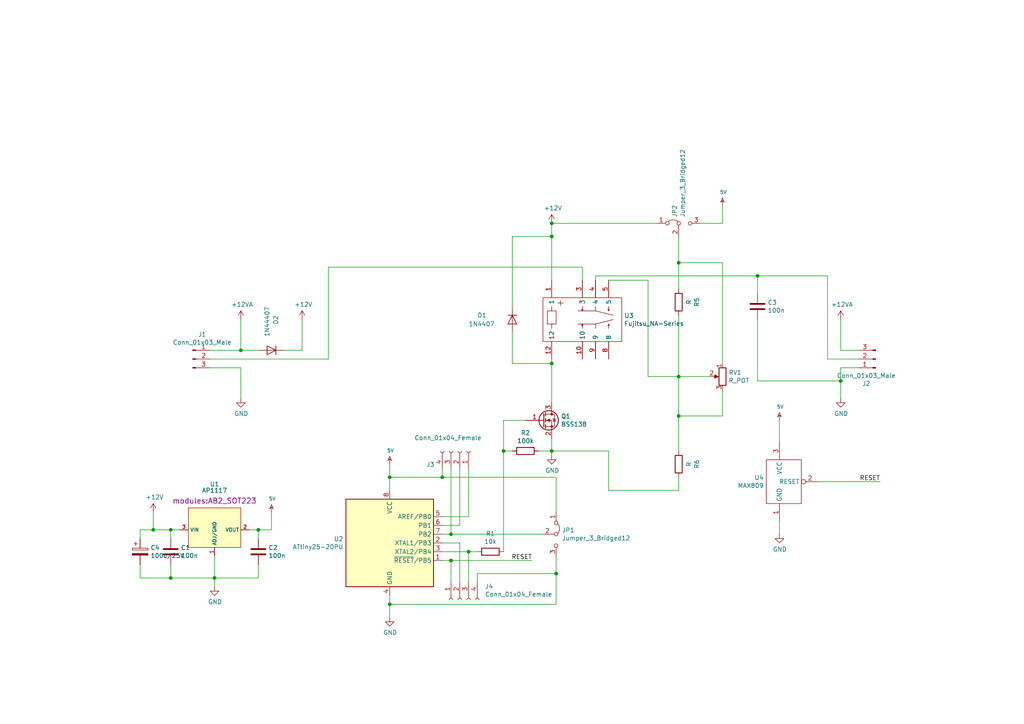
<source format=kicad_sch>
(kicad_sch (version 20200602) (host eeschema "5.99.0-unknown-6083c08~88~ubuntu18.04.1")
  (page 1 1)
  (paper "A4")
  (lib_symbols
    (symbol "Connector:Conn_01x03_Male" (pin_names hide)
      (property "Reference" "J" (at 0 5.08 0))
      (property "Value" "Conn_01x03_Male" (at 0 -5.08 0))
      (symbol "Conn_01x03_Male_1_1"
        (rectangle (start 0.8636 -2.413) (end 0 -2.667) (fill (type outline)))
        (rectangle (start 0.8636 0.127) (end 0 -0.127) (fill (type outline)))
        (rectangle (start 0.8636 2.667) (end 0 2.413) (fill (type outline)))
        (polyline (pts (xy 1.27 -2.54) (xy 0.8636 -2.54)))
        (polyline (pts (xy 1.27 0) (xy 0.8636 0)))
        (polyline (pts (xy 1.27 2.54) (xy 0.8636 2.54)))
        (pin passive line (at 5.08 2.54 180) (length 3.81) (name "Pin_1") (number "1"))
        (pin passive line (at 5.08 0 180) (length 3.81) (name "Pin_2") (number "2"))
        (pin passive line (at 5.08 -2.54 180) (length 3.81) (name "Pin_3") (number "3"))
      )
    )
    (symbol "Connector:Conn_01x04_Female" (pin_names hide)
      (property "Reference" "J" (at 0 5.08 0))
      (property "Value" "Conn_01x04_Female" (at 0 -7.62 0))
      (symbol "Conn_01x04_Female_1_1"
        (arc (start 0 -4.572) (end 0 -5.588) (radius (at 0 -5.08) (length 0.508) (angles 90.1 -90.1)))
        (arc (start 0 -2.032) (end 0 -3.048) (radius (at 0 -2.54) (length 0.508) (angles 90.1 -90.1)))
        (arc (start 0 0.508) (end 0 -0.508) (radius (at 0 0) (length 0.508) (angles 90.1 -90.1)))
        (arc (start 0 3.048) (end 0 2.032) (radius (at 0 2.54) (length 0.508) (angles 90.1 -90.1)))
        (polyline (pts (xy -1.27 -5.08) (xy -0.508 -5.08)))
        (polyline (pts (xy -1.27 -2.54) (xy -0.508 -2.54)))
        (polyline (pts (xy -1.27 0) (xy -0.508 0)))
        (polyline (pts (xy -1.27 2.54) (xy -0.508 2.54)))
        (pin passive line (at -5.08 2.54 0) (length 3.81) (name "Pin_1") (number "1"))
        (pin passive line (at -5.08 0 0) (length 3.81) (name "Pin_2") (number "2"))
        (pin passive line (at -5.08 -2.54 0) (length 3.81) (name "Pin_3") (number "3"))
        (pin passive line (at -5.08 -5.08 0) (length 3.81) (name "Pin_4") (number "4"))
      )
    )
    (symbol "Device:C" (pin_numbers hide) (pin_names (offset 0.254))
      (property "Reference" "C" (at 0.635 2.54 0))
      (property "Value" "C" (at 0.635 -2.54 0))
      (symbol "C_0_1"
        (polyline (pts (xy -2.032 -0.762) (xy 2.032 -0.762)) (stroke (width 0.508)))
        (polyline (pts (xy -2.032 0.762) (xy 2.032 0.762)) (stroke (width 0.508)))
      )
      (symbol "C_1_1"
        (pin passive line (at 0 3.81 270) (length 2.794) (name "~") (number "1"))
        (pin passive line (at 0 -3.81 90) (length 2.794) (name "~") (number "2"))
      )
    )
    (symbol "Device:CP" (pin_numbers hide) (pin_names (offset 0.254))
      (property "Reference" "C" (at 0.635 2.54 0))
      (property "Value" "CP" (at 0.635 -2.54 0))
      (symbol "CP_0_1"
        (rectangle (start -2.286 0.508) (end -2.286 1.016))
        (rectangle (start -2.286 0.508) (end 2.286 0.508))
        (rectangle (start 2.286 -0.508) (end -2.286 -1.016) (fill (type outline)))
        (rectangle (start 2.286 1.016) (end -2.286 1.016))
        (rectangle (start 2.286 1.016) (end 2.286 0.508))
        (polyline (pts (xy -1.778 2.286) (xy -0.762 2.286)))
        (polyline (pts (xy -1.27 2.794) (xy -1.27 1.778)))
      )
      (symbol "CP_1_1"
        (pin passive line (at 0 3.81 270) (length 2.794) (name "~") (number "1"))
        (pin passive line (at 0 -3.81 90) (length 2.794) (name "~") (number "2"))
      )
    )
    (symbol "Device:D" (pin_numbers hide) (pin_names hide)
      (property "Reference" "D" (at 0 2.54 0))
      (property "Value" "D" (at 0 -2.54 0))
      (symbol "D_0_1"
        (polyline (pts (xy -1.27 1.27) (xy -1.27 -1.27)) (stroke (width 0.2032)))
        (polyline (pts (xy 1.27 0) (xy -1.27 0)))
        (polyline (pts (xy 1.27 1.27) (xy 1.27 -1.27) (xy -1.27 0) (xy 1.27 1.27)) (stroke (width 0.2032)))
      )
      (symbol "D_1_1"
        (pin passive line (at -3.81 0 0) (length 2.54) (name "K") (number "1"))
        (pin passive line (at 3.81 0 180) (length 2.54) (name "A") (number "2"))
      )
    )
    (symbol "Device:R" (pin_numbers hide) (pin_names (offset 0))
      (property "Reference" "R" (at 2.032 0 90))
      (property "Value" "R" (at 0 0 90))
      (symbol "R_0_1"
        (rectangle (start -1.016 -2.54) (end 1.016 2.54) (stroke (width 0.254)))
      )
      (symbol "R_1_1"
        (pin passive line (at 0 3.81 270) (length 1.27) (name "~") (number "1"))
        (pin passive line (at 0 -3.81 90) (length 1.27) (name "~") (number "2"))
      )
    )
    (symbol "Device:R_POT" (pin_names hide)
      (property "Reference" "RV" (at -4.445 0 90))
      (property "Value" "R_POT" (at -2.54 0 90))
      (symbol "R_POT_0_1"
        (rectangle (start 1.016 2.54) (end -1.016 -2.54) (stroke (width 0.254)))
        (polyline (pts (xy 2.54 0) (xy 1.524 0)))
        (polyline (pts (xy 1.143 0) (xy 2.286 0.508) (xy 2.286 -0.508) (xy 1.143 0)) (fill (type outline)))
      )
      (symbol "R_POT_1_1"
        (pin passive line (at 0 3.81 270) (length 1.27) (name "1") (number "1"))
        (pin passive line (at 3.81 0 180) (length 1.27) (name "2") (number "2"))
        (pin passive line (at 0 -3.81 90) (length 1.27) (name "3") (number "3"))
      )
    )
    (symbol "Fujitsu_Takamisawa_relays:Fujitsu_NA-Series"
      (property "Reference" "U" (at -2.54 2.54 0))
      (property "Value" "Fujitsu_NA-Series" (at 22.86 0 0))
      (symbol "Fujitsu_NA-Series_0_1"
        (rectangle (start -10.16 7.62) (end 12.7 -5.08))
        (rectangle (start -8.89 3.81) (end -6.35 0))
        (polyline (pts (xy -7.62 0) (xy -7.62 -1.27)))
        (polyline (pts (xy -7.62 3.81) (xy -7.62 5.08)))
        (polyline (pts (xy -5.842 6.096) (xy -4.318 6.096)))
        (polyline (pts (xy -5.08 6.858) (xy -5.08 5.334)))
        (polyline (pts (xy 1.27 -1.27) (xy 1.27 0)))
        (polyline (pts (xy 1.27 5.08) (xy 1.27 3.81)))
        (polyline (pts (xy 5.08 3.81) (xy 10.16 2.54)))
        (polyline (pts (xy 8.89 0) (xy 8.89 -1.27)))
        (polyline (pts (xy 8.89 3.81) (xy 8.89 5.08)))
        (polyline (pts (xy 10.16 1.27) (xy 5.08 0)))
        (polyline (pts (xy 0 0) (xy 5.08 0) (xy 5.08 -1.27)))
        (polyline (pts (xy 0 3.81) (xy 5.08 3.81) (xy 5.08 5.08)))
        (polyline (pts (xy 1.016 -0.508) (xy 1.27 0) (xy 1.524 -0.508)))
        (polyline (pts (xy 1.016 4.318) (xy 1.27 3.81) (xy 1.524 4.318)))
        (polyline (pts (xy 8.636 -0.508) (xy 8.89 0) (xy 9.144 -0.508)))
        (polyline (pts (xy 9.144 4.318) (xy 8.89 3.81) (xy 8.636 4.318)))
      )
      (symbol "Fujitsu_NA-Series_1_1"
        (pin input line (at -7.62 12.7 270) (length 5.08) (name "1") (number "1"))
        (pin input line (at 1.27 -10.16 90) (length 5.08) (name "10") (number "10"))
        (pin input line (at -7.62 -10.16 90) (length 5.08) (name "12") (number "12"))
        (pin input line (at 1.27 12.7 270) (length 5.08) (name "3") (number "3"))
        (pin input line (at 5.08 12.7 270) (length 5.08) (name "4") (number "4"))
        (pin input line (at 8.89 12.7 270) (length 5.08) (name "5") (number "5"))
        (pin input line (at 8.89 -10.16 90) (length 5.08) (name "8") (number "8"))
        (pin input line (at 5.08 -10.16 90) (length 5.08) (name "9") (number "9"))
      )
    )
    (symbol "Jumper:Jumper_3_Bridged12" (pin_names (offset 0) hide)
      (property "Reference" "JP" (at -2.54 -2.54 0))
      (property "Value" "Jumper_3_Bridged12" (at 0 2.794 0))
      (symbol "Jumper_3_Bridged12_0_1"
        (arc (start -3.048 0.508) (end -0.254 0.508) (radius (at -1.651 -1.27) (length 2.2606) (angles 128.2 51.8)))
        (polyline (pts (xy 0 -1.27) (xy 0 -0.508)))
      )
      (symbol "Jumper_3_Bridged12_0_0"
        (circle (center -3.302 0) (radius 0.508))
        (circle (center 0 0) (radius 0.508))
        (circle (center 3.302 0) (radius 0.508))
      )
      (symbol "Jumper_3_Bridged12_1_1"
        (pin passive line (at -6.35 0 0) (length 2.54) (name "A") (number "1"))
        (pin input line (at 0 -3.81 90) (length 2.54) (name "C") (number "2"))
        (pin passive line (at 6.35 0 180) (length 2.54) (name "B") (number "3"))
      )
    )
    (symbol "MAX809_810:MAX809"
      (property "Reference" "U" (at 5.08 -10.16 0))
      (property "Value" "MAX809" (at 3.81 -11.43 0))
      (symbol "MAX809_0_1"
        (rectangle (start -5.08 -8.89) (end -5.08 3.81))
        (rectangle (start -5.08 -8.89) (end 5.08 -8.89))
        (rectangle (start -5.08 3.81) (end 5.08 3.81))
        (rectangle (start 5.08 3.81) (end 5.08 -8.89))
      )
      (symbol "MAX809_1_1"
        (pin power_in line (at -1.27 -13.97 90) (length 5.08) (name "GND") (number "1"))
        (pin output inverted (at 10.16 -2.54 180) (length 5.08) (name "RESET") (number "2"))
        (pin power_in line (at -1.27 8.89 270) (length 5.08) (name "VCC") (number "3"))
      )
    )
    (symbol "MCU_Microchip_ATtiny:ATtiny25-20PU" (pin_names (offset 0.508))
      (property "Reference" "U" (at -12.7 13.97 0))
      (property "Value" "ATtiny25-20PU" (at 2.54 -13.97 0))
      (symbol "ATtiny25-20PU_0_1"
        (rectangle (start -12.7 -12.7) (end 12.7 12.7) (stroke (width 0.254)) (fill (type background)))
      )
      (symbol "ATtiny25-20PU_1_1"
        (pin tri_state line (at 15.24 -5.08 180) (length 2.54) (name "~RESET~/PB5") (number "1"))
        (pin tri_state line (at 15.24 0 180) (length 2.54) (name "XTAL1/PB3") (number "2"))
        (pin tri_state line (at 15.24 -2.54 180) (length 2.54) (name "XTAL2/PB4") (number "3"))
        (pin power_in line (at 0 -15.24 90) (length 2.54) (name "GND") (number "4"))
        (pin tri_state line (at 15.24 7.62 180) (length 2.54) (name "AREF/PB0") (number "5"))
        (pin tri_state line (at 15.24 5.08 180) (length 2.54) (name "PB1") (number "6"))
        (pin tri_state line (at 15.24 2.54 180) (length 2.54) (name "PB2") (number "7"))
        (pin power_in line (at 0 15.24 270) (length 2.54) (name "VCC") (number "8"))
      )
    )
    (symbol "Transistor_FET:BSS138" (pin_names (offset 0) hide)
      (property "Reference" "Q" (at 5.08 1.905 0))
      (property "Value" "BSS138" (at 5.08 0 0))
      (symbol "BSS138_0_1"
        (circle (center 1.651 0) (radius 2.8194) (stroke (width 0.254)))
        (circle (center 2.54 -1.778) (radius 0.2794) (fill (type outline)))
        (circle (center 2.54 1.778) (radius 0.2794) (fill (type outline)))
        (polyline (pts (xy 0.762 -1.778) (xy 2.54 -1.778)))
        (polyline (pts (xy 0.762 -1.27) (xy 0.762 -2.286)) (stroke (width 0.254)))
        (polyline (pts (xy 0.762 0) (xy 2.54 0)))
        (polyline (pts (xy 0.762 0.508) (xy 0.762 -0.508)) (stroke (width 0.254)))
        (polyline (pts (xy 0.762 1.778) (xy 2.54 1.778)))
        (polyline (pts (xy 0.762 2.286) (xy 0.762 1.27)) (stroke (width 0.254)))
        (polyline (pts (xy 2.54 -1.778) (xy 2.54 -2.54)))
        (polyline (pts (xy 2.54 -1.778) (xy 2.54 0)))
        (polyline (pts (xy 2.54 2.54) (xy 2.54 1.778)))
        (polyline (pts (xy 0.254 1.905) (xy 0.254 -1.905) (xy 0.254 -1.905)) (stroke (width 0.254)))
        (polyline (pts (xy 1.016 0) (xy 2.032 0.381) (xy 2.032 -0.381) (xy 1.016 0)) (fill (type outline)))
        (polyline (pts (xy 2.54 -1.778) (xy 3.302 -1.778) (xy 3.302 1.778) (xy 2.54 1.778)))
        (polyline (pts (xy 2.794 0.508) (xy 2.921 0.381) (xy 3.683 0.381) (xy 3.81 0.254)))
        (polyline (pts (xy 3.302 0.381) (xy 2.921 -0.254) (xy 3.683 -0.254) (xy 3.302 0.381)))
      )
      (symbol "BSS138_1_1"
        (pin input line (at -5.08 0 0) (length 5.334) (name "G") (number "1"))
        (pin passive line (at 2.54 -5.08 90) (length 2.54) (name "S") (number "2"))
        (pin passive line (at 2.54 5.08 270) (length 2.54) (name "D") (number "3"))
      )
    )
    (symbol "open-project:AP1117"
      (property "Reference" "U" (at 6.35 -6.35 0))
      (property "Value" "AP1117" (at 0 7.62 0))
      (symbol "AP1117_0_1"
        (rectangle (start -7.62 6.35) (end 7.62 -5.08) (fill (type background)))
      )
      (symbol "AP1117_1_1"
        (pin input line (at 0 -7.62 90) (length 2.54) (name "ADJ/GND") (number "1"))
        (pin power_out line (at 10.16 0 180) (length 2.54) (name "VOUT") (number "2"))
        (pin input line (at -10.16 0 0) (length 2.54) (name "VIN") (number "3"))
      )
    )
    (symbol "power:+12V" (power) (pin_names (offset 0))
      (property "Value" "+12V" (at 0 3.556 0))
      (symbol "+12V_0_1"
        (polyline (pts (xy -0.762 1.27) (xy 0 2.54)))
        (polyline (pts (xy 0 0) (xy 0 2.54)))
        (polyline (pts (xy 0 2.54) (xy 0.762 1.27)))
      )
      (symbol "+12V_1_1"
        (pin power_in line (at 0 0 90) (length 0) hide (name "+12V") (number "1"))
      )
    )
    (symbol "power:+12VA" (power) (pin_names (offset 0))
      (property "Value" "+12VA" (at 0 3.556 0))
      (symbol "+12VA_0_1"
        (polyline (pts (xy -0.762 1.27) (xy 0 2.54)))
        (polyline (pts (xy 0 0) (xy 0 2.54)))
        (polyline (pts (xy 0 2.54) (xy 0.762 1.27)))
      )
      (symbol "+12VA_1_1"
        (pin power_in line (at 0 0 90) (length 0) hide (name "+12VA") (number "1"))
      )
    )
    (symbol "power:GND" (power) (pin_names (offset 0))
      (property "Value" "GND" (at 0 -3.81 0))
      (symbol "GND_0_1"
        (polyline (pts (xy 0 0) (xy 0 -1.27) (xy 1.27 -1.27) (xy 0 -2.54) (xy -1.27 -1.27) (xy 0 -1.27)))
      )
      (symbol "GND_1_1"
        (pin power_in line (at 0 0 270) (length 0) hide (name "GND") (number "1"))
      )
    )
    (symbol "tinkerforge:5V" (power) (pin_names (offset 0))
      (property "Value" "5V" (at 0 3.175 0))
      (symbol "5V_0_1"
        (polyline (pts (xy 0 1.524) (xy 0 0)))
        (polyline (pts (xy 0 1.524) (xy 0.508 1.016) (xy 0 2.286) (xy -0.508 1.016) (xy 0 1.524) (xy 0 1.524)))
      )
      (symbol "5V_0_0"
        (pin power_in line (at 0 0 90) (length 0) hide (name "5V") (number "1"))
      )
    )
  )
  (junction (at 44.45 153.67))
  (junction (at 49.53 153.67))
  (junction (at 49.53 167.64))
  (junction (at 62.23 167.64))
  (junction (at 69.85 101.6))
  (junction (at 74.93 153.67))
  (junction (at 113.03 138.43))
  (junction (at 113.03 175.26))
  (junction (at 128.27 138.43))
  (junction (at 130.81 154.94))
  (junction (at 130.81 162.56))
  (junction (at 135.89 160.02))
  (junction (at 146.05 130.81))
  (junction (at 160.02 64.77))
  (junction (at 160.02 68.58))
  (junction (at 160.02 105.41))
  (junction (at 160.02 130.81))
  (junction (at 161.29 166.37))
  (junction (at 196.85 76.2))
  (junction (at 196.85 109.22))
  (junction (at 196.85 120.65))
  (junction (at 219.71 80.01))
  (junction (at 243.84 110.49))
  (wire (pts (xy 40.64 153.67) (xy 44.45 153.67)))
  (wire (pts (xy 40.64 156.21) (xy 40.64 153.67)))
  (wire (pts (xy 40.64 163.83) (xy 40.64 167.64)))
  (wire (pts (xy 40.64 167.64) (xy 49.53 167.64)))
  (wire (pts (xy 44.45 153.67) (xy 44.45 148.59)))
  (wire (pts (xy 49.53 153.67) (xy 44.45 153.67)))
  (wire (pts (xy 49.53 156.21) (xy 49.53 153.67)))
  (wire (pts (xy 49.53 167.64) (xy 49.53 163.83)))
  (wire (pts (xy 52.07 153.67) (xy 49.53 153.67)))
  (wire (pts (xy 60.96 101.6) (xy 69.85 101.6)))
  (wire (pts (xy 60.96 104.14) (xy 95.25 104.14)))
  (wire (pts (xy 60.96 106.68) (xy 69.85 106.68)))
  (wire (pts (xy 62.23 161.29) (xy 62.23 167.64)))
  (wire (pts (xy 62.23 167.64) (xy 49.53 167.64)))
  (wire (pts (xy 62.23 167.64) (xy 62.23 170.18)))
  (wire (pts (xy 69.85 92.71) (xy 69.85 101.6)))
  (wire (pts (xy 69.85 101.6) (xy 74.93 101.6)))
  (wire (pts (xy 69.85 106.68) (xy 69.85 115.57)))
  (wire (pts (xy 72.39 153.67) (xy 74.93 153.67)))
  (wire (pts (xy 74.93 153.67) (xy 78.74 153.67)))
  (wire (pts (xy 74.93 156.21) (xy 74.93 153.67)))
  (wire (pts (xy 74.93 163.83) (xy 74.93 167.64)))
  (wire (pts (xy 74.93 167.64) (xy 62.23 167.64)))
  (wire (pts (xy 78.74 153.67) (xy 78.74 148.59)))
  (wire (pts (xy 82.55 101.6) (xy 87.63 101.6)))
  (wire (pts (xy 87.63 101.6) (xy 87.63 92.71)))
  (wire (pts (xy 95.25 77.47) (xy 95.25 104.14)))
  (wire (pts (xy 113.03 138.43) (xy 113.03 134.62)))
  (wire (pts (xy 113.03 142.24) (xy 113.03 138.43)))
  (wire (pts (xy 113.03 172.72) (xy 113.03 175.26)))
  (wire (pts (xy 113.03 175.26) (xy 113.03 179.07)))
  (wire (pts (xy 128.27 135.89) (xy 128.27 138.43)))
  (wire (pts (xy 128.27 138.43) (xy 113.03 138.43)))
  (wire (pts (xy 128.27 149.86) (xy 135.89 149.86)))
  (wire (pts (xy 128.27 154.94) (xy 130.81 154.94)))
  (wire (pts (xy 128.27 157.48) (xy 133.35 157.48)))
  (wire (pts (xy 128.27 160.02) (xy 135.89 160.02)))
  (wire (pts (xy 130.81 135.89) (xy 130.81 154.94)))
  (wire (pts (xy 130.81 154.94) (xy 157.48 154.94)))
  (wire (pts (xy 130.81 162.56) (xy 128.27 162.56)))
  (wire (pts (xy 130.81 162.56) (xy 154.305 162.56)))
  (wire (pts (xy 130.81 168.91) (xy 130.81 162.56)))
  (wire (pts (xy 133.35 135.89) (xy 133.35 152.4)))
  (wire (pts (xy 133.35 152.4) (xy 128.27 152.4)))
  (wire (pts (xy 133.35 157.48) (xy 133.35 168.91)))
  (wire (pts (xy 135.89 149.86) (xy 135.89 135.89)))
  (wire (pts (xy 135.89 168.91) (xy 135.89 160.02)))
  (wire (pts (xy 138.43 160.02) (xy 135.89 160.02)))
  (wire (pts (xy 138.43 166.37) (xy 161.29 166.37)))
  (wire (pts (xy 138.43 168.91) (xy 138.43 166.37)))
  (wire (pts (xy 146.05 121.92) (xy 146.05 130.81)))
  (wire (pts (xy 146.05 121.92) (xy 152.4 121.92)))
  (wire (pts (xy 146.05 130.81) (xy 146.05 160.02)))
  (wire (pts (xy 146.05 130.81) (xy 148.59 130.81)))
  (wire (pts (xy 148.59 68.58) (xy 148.59 88.9)))
  (wire (pts (xy 148.59 68.58) (xy 160.02 68.58)))
  (wire (pts (xy 148.59 96.52) (xy 148.59 105.41)))
  (wire (pts (xy 148.59 105.41) (xy 160.02 105.41)))
  (wire (pts (xy 156.21 130.81) (xy 160.02 130.81)))
  (wire (pts (xy 160.02 68.58) (xy 160.02 64.77)))
  (wire (pts (xy 160.02 68.58) (xy 160.02 81.28)))
  (wire (pts (xy 160.02 105.41) (xy 160.02 104.14)))
  (wire (pts (xy 160.02 105.41) (xy 160.02 116.84)))
  (wire (pts (xy 160.02 127) (xy 160.02 130.81)))
  (wire (pts (xy 160.02 132.08) (xy 160.02 130.81)))
  (wire (pts (xy 161.29 138.43) (xy 128.27 138.43)))
  (wire (pts (xy 161.29 148.59) (xy 161.29 138.43)))
  (wire (pts (xy 161.29 161.29) (xy 161.29 166.37)))
  (wire (pts (xy 161.29 166.37) (xy 161.29 175.26)))
  (wire (pts (xy 161.29 175.26) (xy 113.03 175.26)))
  (wire (pts (xy 168.91 77.47) (xy 95.25 77.47)))
  (wire (pts (xy 168.91 81.28) (xy 168.91 77.47)))
  (wire (pts (xy 172.72 80.01) (xy 219.71 80.01)))
  (wire (pts (xy 172.72 81.28) (xy 172.72 80.01)))
  (wire (pts (xy 176.53 81.28) (xy 187.96 81.28)))
  (wire (pts (xy 176.53 130.81) (xy 160.02 130.81)))
  (wire (pts (xy 176.53 142.24) (xy 176.53 130.81)))
  (wire (pts (xy 187.96 81.28) (xy 187.96 109.22)))
  (wire (pts (xy 187.96 109.22) (xy 196.85 109.22)))
  (wire (pts (xy 190.5 64.77) (xy 160.02 64.77)))
  (wire (pts (xy 196.85 76.2) (xy 196.85 68.58)))
  (wire (pts (xy 196.85 83.82) (xy 196.85 76.2)))
  (wire (pts (xy 196.85 91.44) (xy 196.85 109.22)))
  (wire (pts (xy 196.85 109.22) (xy 196.85 120.65)))
  (wire (pts (xy 196.85 109.22) (xy 205.74 109.22)))
  (wire (pts (xy 196.85 130.81) (xy 196.85 120.65)))
  (wire (pts (xy 196.85 138.43) (xy 196.85 142.24)))
  (wire (pts (xy 196.85 142.24) (xy 176.53 142.24)))
  (wire (pts (xy 209.55 59.69) (xy 209.55 64.77)))
  (wire (pts (xy 209.55 64.77) (xy 203.2 64.77)))
  (wire (pts (xy 209.55 76.2) (xy 196.85 76.2)))
  (wire (pts (xy 209.55 105.41) (xy 209.55 76.2)))
  (wire (pts (xy 209.55 113.03) (xy 209.55 120.65)))
  (wire (pts (xy 209.55 120.65) (xy 196.85 120.65)))
  (wire (pts (xy 219.71 80.01) (xy 240.03 80.01)))
  (wire (pts (xy 219.71 85.09) (xy 219.71 80.01)))
  (wire (pts (xy 219.71 92.71) (xy 219.71 110.49)))
  (wire (pts (xy 219.71 110.49) (xy 243.84 110.49)))
  (wire (pts (xy 226.06 121.92) (xy 226.06 128.27)))
  (wire (pts (xy 226.06 151.13) (xy 226.06 154.94)))
  (wire (pts (xy 237.49 139.7) (xy 255.27 139.7)))
  (wire (pts (xy 240.03 80.01) (xy 240.03 104.14)))
  (wire (pts (xy 243.84 101.6) (xy 243.84 92.71)))
  (wire (pts (xy 243.84 106.68) (xy 243.84 110.49)))
  (wire (pts (xy 243.84 106.68) (xy 248.92 106.68)))
  (wire (pts (xy 243.84 110.49) (xy 243.84 115.57)))
  (wire (pts (xy 248.92 101.6) (xy 243.84 101.6)))
  (wire (pts (xy 248.92 104.14) (xy 240.03 104.14)))
  (label "RESET" (at 154.305 162.56 180))
  (label "RESET" (at 255.27 139.7 180))
  (symbol (lib_id "tinkerforge:5V") (at 78.74 148.59 0) (unit 1)
    (property "Reference" "#PWR0118" (effects hide))
    (property "Value" "5V" (at 78.9686 144.6276 0) (effects (font (size 1.016 1.016))))
  )
  (symbol (lib_id "tinkerforge:5V") (at 113.03 134.62 0) (unit 1)
    (property "Reference" "#PWR0120" (effects hide))
    (property "Value" "5V" (at 113.2586 130.6576 0) (effects (font (size 1.016 1.016))))
  )
  (symbol (lib_id "tinkerforge:5V") (at 209.55 59.69 0) (unit 1)
    (property "Reference" "#PWR0116" (effects hide))
    (property "Value" "5V" (at 209.7786 55.7276 0) (effects (font (size 1.016 1.016))))
  )
  (symbol (lib_id "tinkerforge:5V") (at 226.06 121.92 0) (unit 1)
    (property "Reference" "#PWR02" (effects hide))
    (property "Value" "5V" (at 226.2886 117.9576 0) (effects (font (size 1.016 1.016))))
  )
  (symbol (lib_id "power:+12V") (at 44.45 148.59 0) (unit 1)
    (property "Reference" "#PWR0115" (effects hide))
    (property "Value" "+12V" (at 44.831 144.1958 0))
  )
  (symbol (lib_id "power:+12VA") (at 69.85 92.71 0) (unit 1)
    (property "Reference" "#PWR01" (effects hide))
    (property "Value" "+12VA" (at 70.231 88.3158 0))
  )
  (symbol (lib_id "power:+12V") (at 87.63 92.71 0) (unit 1)
    (property "Reference" "#PWR0103" (effects hide))
    (property "Value" "+12V" (at 88.011 88.3158 0))
  )
  (symbol (lib_id "power:+12V") (at 160.02 64.77 0) (unit 1)
    (property "Reference" "#PWR0101" (effects hide))
    (property "Value" "+12V" (at 160.401 60.3758 0))
  )
  (symbol (lib_id "power:+12VA") (at 243.84 92.71 0) (unit 1)
    (property "Reference" "#PWR04" (effects hide))
    (property "Value" "+12VA" (at 244.221 88.3158 0))
  )
  (symbol (lib_id "power:GND") (at 62.23 170.18 0) (unit 1)
    (property "Reference" "#PWR0110" (effects hide))
    (property "Value" "GND" (at 62.357 174.5742 0))
  )
  (symbol (lib_id "power:GND") (at 69.85 115.57 0) (unit 1)
    (property "Reference" "#PWR0104" (effects hide))
    (property "Value" "GND" (at 69.977 119.9642 0))
  )
  (symbol (lib_id "power:GND") (at 113.03 179.07 0) (unit 1)
    (property "Reference" "#PWR0119" (effects hide))
    (property "Value" "GND" (at 113.157 183.4642 0))
  )
  (symbol (lib_id "power:GND") (at 160.02 132.08 0) (unit 1)
    (property "Reference" "#PWR0107" (effects hide))
    (property "Value" "GND" (at 160.147 136.4742 0))
  )
  (symbol (lib_id "power:GND") (at 226.06 154.94 0) (unit 1)
    (property "Reference" "#PWR03" (effects hide))
    (property "Value" "GND" (at 226.187 159.3342 0))
  )
  (symbol (lib_id "power:GND") (at 243.84 115.57 0) (unit 1)
    (property "Reference" "#PWR0106" (effects hide))
    (property "Value" "GND" (at 243.967 119.9642 0))
  )
  (symbol (lib_id "Device:R") (at 142.24 160.02 270) (unit 1)
    (property "Reference" "R1" (at 142.24 154.7622 90))
    (property "Value" "10k" (at 142.24 157.0736 90))
    (property "Footprint" "Resistors_SMD.pretty:R_0805_HandSoldering" (effects hide))
  )
  (symbol (lib_id "Device:R") (at 152.4 130.81 270) (unit 1)
    (property "Reference" "R2" (at 152.4 125.5522 90))
    (property "Value" "100k" (at 152.4 127.8636 90))
    (property "Footprint" "Resistors_SMD.pretty:R_0805_HandSoldering" (effects hide))
  )
  (symbol (lib_id "Device:R") (at 196.85 87.63 180) (unit 1)
    (property "Reference" "R5" (at 202.1078 87.63 90))
    (property "Value" "R" (at 199.7964 87.63 90))
    (property "Footprint" "Resistors_SMD.pretty:R_0805_HandSoldering" (effects hide))
  )
  (symbol (lib_id "Device:R") (at 196.85 134.62 180) (unit 1)
    (property "Reference" "R6" (at 202.1078 134.62 90))
    (property "Value" "R" (at 199.7964 134.62 90))
    (property "Footprint" "Resistors_SMD.pretty:R_0805_HandSoldering" (effects hide))
  )
  (symbol (lib_id "Device:D") (at 78.74 101.6 180) (unit 1)
    (property "Reference" "D2" (at 80.01 91.44 90) (effects (justify left)))
    (property "Value" "1N44407" (at 77.47 88.9 90) (effects (justify left)))
    (property "Footprint" "Diodes_SMD:D_SMA_Handsoldering" (effects hide))
  )
  (symbol (lib_id "Device:D") (at 148.59 92.71 270) (unit 1)
    (property "Reference" "D1" (at 138.43 91.44 90) (effects (justify left)))
    (property "Value" "1N4407" (at 135.89 93.98 90) (effects (justify left)))
    (property "Footprint" "Diodes_SMD:D_SMA_Handsoldering" (effects hide))
  )
  (symbol (lib_id "Connector:Conn_01x03_Male") (at 55.88 104.14 0) (unit 1)
    (property "Reference" "J1" (at 58.6232 97.0026 0))
    (property "Value" "Conn_01x03_Male" (at 58.6232 99.314 0))
    (property "Footprint" "Pin_Headers:Pin_Header_Straight_1x03_Pitch2.54mm" (effects hide))
  )
  (symbol (lib_id "Connector:Conn_01x03_Male") (at 254 104.14 180) (unit 1)
    (property "Reference" "J2" (at 251.2568 111.2774 0))
    (property "Value" "Conn_01x03_Male" (at 251.2568 108.966 0))
    (property "Footprint" "Pin_Headers:Pin_Header_Straight_1x03_Pitch2.54mm" (effects hide))
  )
  (symbol (lib_id "Device:CP") (at 40.64 160.02 0) (unit 1)
    (property "Reference" "C4" (at 43.6372 158.8516 0) (effects (justify left)))
    (property "Value" "100u/25V" (at 43.6372 161.163 0) (effects (justify left)))
    (property "Footprint" "Capacitors_Tantalum_SMD:CP_Tantalum_Case-D_EIA-7343-31_Hand" (effects hide))
  )
  (symbol (lib_id "Device:C") (at 49.53 160.02 0) (unit 1)
    (property "Reference" "C1" (at 52.451 158.8516 0) (effects (justify left)))
    (property "Value" "100n" (at 52.451 161.163 0) (effects (justify left)))
    (property "Footprint" "Capacitors_SMD.pretty:C_0805_HandSoldering" (effects hide))
  )
  (symbol (lib_id "Device:C") (at 74.93 160.02 0) (unit 1)
    (property "Reference" "C2" (at 77.851 158.8516 0) (effects (justify left)))
    (property "Value" "100n" (at 77.851 161.163 0) (effects (justify left)))
    (property "Footprint" "Capacitors_SMD.pretty:C_0805_HandSoldering" (effects hide))
  )
  (symbol (lib_id "Device:C") (at 219.71 88.9 0) (unit 1)
    (property "Reference" "C3" (at 222.631 87.7316 0) (effects (justify left)))
    (property "Value" "100n" (at 222.631 90.043 0) (effects (justify left)))
    (property "Footprint" "Capacitors_SMD.pretty:C_0805_HandSoldering" (effects hide))
  )
  (symbol (lib_id "Device:R_POT") (at 209.55 109.22 0) (mirror y) (unit 1)
    (property "Reference" "RV1" (at 211.3026 108.0516 0) (effects (justify right)))
    (property "Value" "R_POT" (at 211.3026 110.363 0) (effects (justify right)))
    (property "Footprint" "Potentiometers:Potentiometer_Trimmer_Piher_PT-6v_Horizontal" (effects hide))
  )
  (symbol (lib_id "Connector:Conn_01x04_Female") (at 133.35 130.81 270) (mirror x) (unit 1)
    (property "Reference" "J3" (at 126.0348 134.7216 90) (effects (justify right)))
    (property "Value" "Conn_01x04_Female" (at 139.7 127 90) (effects (justify right)))
    (property "Footprint" "Pin_Headers.pretty:Pin_Header_Straight_1x04" (effects hide))
  )
  (symbol (lib_id "Connector:Conn_01x04_Female") (at 133.35 173.99 90) (mirror x) (unit 1)
    (property "Reference" "J4" (at 140.6652 170.0784 90) (effects (justify right)))
    (property "Value" "Conn_01x04_Female" (at 140.6652 172.3898 90) (effects (justify right)))
    (property "Footprint" "Pin_Headers.pretty:Pin_Header_Straight_1x04" (effects hide))
  )
  (symbol (lib_id "Jumper:Jumper_3_Bridged12") (at 161.29 154.94 270) (unit 1)
    (property "Reference" "JP1" (at 162.9918 153.7716 90) (effects (justify left)))
    (property "Value" "Jumper_3_Bridged12" (at 162.9918 156.083 90) (effects (justify left)))
    (property "Footprint" "Pin_Headers:Pin_Header_Straight_1x03_Pitch2.54mm" (effects hide))
  )
  (symbol (lib_id "Jumper:Jumper_3_Bridged12") (at 196.85 64.77 0) (unit 1)
    (property "Reference" "JP2" (at 195.6816 63.0682 90) (effects (justify left)))
    (property "Value" "Jumper_3_Bridged12" (at 197.993 63.0682 90) (effects (justify left)))
    (property "Footprint" "Pin_Headers.pretty:Pin_Header_Straight_1x03" (effects hide))
  )
  (symbol (lib_id "Transistor_FET:BSS138") (at 157.48 121.92 0) (unit 1)
    (property "Reference" "Q1" (at 162.7124 120.7516 0) (effects (justify left)))
    (property "Value" "BSS138" (at 162.7124 123.063 0) (effects (justify left)))
    (property "Footprint" "Housings_SOT-23_SOT-143_TSOT-6.pretty:SOT-23_Handsoldering" (effects hide))
    (property "Datasheet" "https://www.fairchildsemi.com/datasheets/BS/BSS138.pdf" (effects hide))
  )
  (symbol (lib_id "open-project:AP1117") (at 62.23 153.67 0) (unit 1)
    (property "Reference" "U1" (at 62.23 140.4366 0))
    (property "Value" "AP1117" (at 62.23 142.24 0))
    (property "Footprint" "modules:AB2_SOT223" (at 62.23 145.2626 0) (effects (font (size 1.524 1.524))))
  )
  (symbol (lib_id "MAX809_810:MAX809") (at 227.33 137.16 0) (unit 1)
    (property "Reference" "U4" (at 221.5388 138.5316 0) (effects (justify right)))
    (property "Value" "MAX809" (at 221.5388 140.843 0) (effects (justify right)))
    (property "Footprint" "TO_SOT_Packages_SMD.pretty:SOT-23_Handsoldering" (effects hide))
    (property "Datasheet" "https://datasheets.maximintegrated.com/en/ds/MAX803-MAX810Z.pdf" (effects hide))
  )
  (symbol (lib_id "Fujitsu_Takamisawa_relays:Fujitsu_NA-Series") (at 167.64 93.98 0) (unit 1)
    (property "Reference" "U3" (at 181.0512 91.5416 0) (effects (justify left)))
    (property "Value" "Fujitsu_NA-Series" (at 181.0512 93.853 0) (effects (justify left)))
    (property "Footprint" "modules:FUJITSU-NA-SERIES" (effects hide))
  )
  (symbol (lib_id "MCU_Microchip_ATtiny:ATtiny25-20PU") (at 113.03 157.48 0) (unit 1)
    (property "Reference" "U2" (at 99.5934 156.3116 0) (effects (justify right)))
    (property "Value" "ATtiny25-20PU" (at 99.5934 158.623 0) (effects (justify right)))
    (property "Footprint" "Housings_SOIC:SO-8_5.3x6.2mm_Pitch1.27mm" (effects hide))
    (property "Datasheet" "http://ww1.microchip.com/downloads/en/DeviceDoc/atmel-2586-avr-8-bit-microcontroller-attiny25-attiny45-attiny85_datasheet.pdf" (effects hide))
  )
)
</source>
